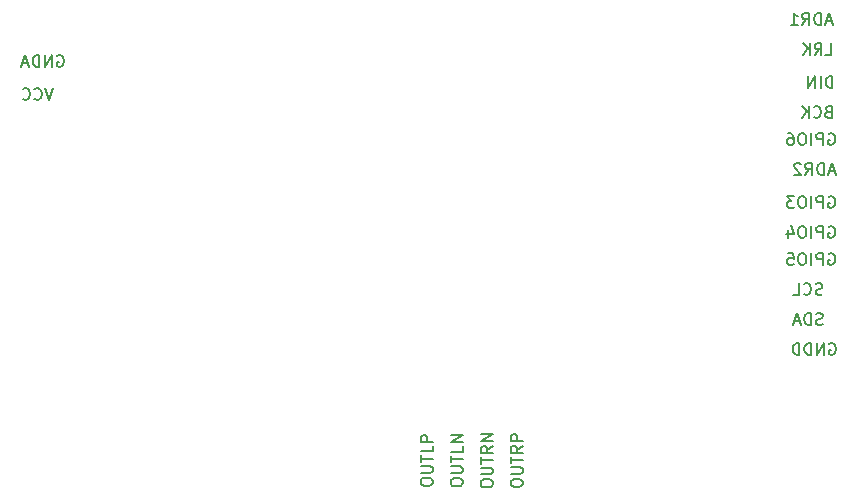
<source format=gbr>
%TF.GenerationSoftware,KiCad,Pcbnew,(6.0.10)*%
%TF.CreationDate,2023-03-06T12:11:40-08:00*%
%TF.ProjectId,PCM5242,50434d35-3234-4322-9e6b-696361645f70,rev?*%
%TF.SameCoordinates,Original*%
%TF.FileFunction,Legend,Bot*%
%TF.FilePolarity,Positive*%
%FSLAX46Y46*%
G04 Gerber Fmt 4.6, Leading zero omitted, Abs format (unit mm)*
G04 Created by KiCad (PCBNEW (6.0.10)) date 2023-03-06 12:11:40*
%MOMM*%
%LPD*%
G01*
G04 APERTURE LIST*
%ADD10C,0.150000*%
G04 APERTURE END LIST*
D10*
X55943333Y-95210380D02*
X55610000Y-96210380D01*
X55276666Y-95210380D01*
X54371904Y-96115142D02*
X54419523Y-96162761D01*
X54562380Y-96210380D01*
X54657619Y-96210380D01*
X54800476Y-96162761D01*
X54895714Y-96067523D01*
X54943333Y-95972285D01*
X54990952Y-95781809D01*
X54990952Y-95638952D01*
X54943333Y-95448476D01*
X54895714Y-95353238D01*
X54800476Y-95258000D01*
X54657619Y-95210380D01*
X54562380Y-95210380D01*
X54419523Y-95258000D01*
X54371904Y-95305619D01*
X53371904Y-96115142D02*
X53419523Y-96162761D01*
X53562380Y-96210380D01*
X53657619Y-96210380D01*
X53800476Y-96162761D01*
X53895714Y-96067523D01*
X53943333Y-95972285D01*
X53990952Y-95781809D01*
X53990952Y-95638952D01*
X53943333Y-95448476D01*
X53895714Y-95353238D01*
X53800476Y-95258000D01*
X53657619Y-95210380D01*
X53562380Y-95210380D01*
X53419523Y-95258000D01*
X53371904Y-95305619D01*
X56308476Y-92464000D02*
X56403714Y-92416380D01*
X56546571Y-92416380D01*
X56689428Y-92464000D01*
X56784666Y-92559238D01*
X56832285Y-92654476D01*
X56879904Y-92844952D01*
X56879904Y-92987809D01*
X56832285Y-93178285D01*
X56784666Y-93273523D01*
X56689428Y-93368761D01*
X56546571Y-93416380D01*
X56451333Y-93416380D01*
X56308476Y-93368761D01*
X56260857Y-93321142D01*
X56260857Y-92987809D01*
X56451333Y-92987809D01*
X55832285Y-93416380D02*
X55832285Y-92416380D01*
X55260857Y-93416380D01*
X55260857Y-92416380D01*
X54784666Y-93416380D02*
X54784666Y-92416380D01*
X54546571Y-92416380D01*
X54403714Y-92464000D01*
X54308476Y-92559238D01*
X54260857Y-92654476D01*
X54213238Y-92844952D01*
X54213238Y-92987809D01*
X54260857Y-93178285D01*
X54308476Y-93273523D01*
X54403714Y-93368761D01*
X54546571Y-93416380D01*
X54784666Y-93416380D01*
X53832285Y-93130666D02*
X53356095Y-93130666D01*
X53927523Y-93416380D02*
X53594190Y-92416380D01*
X53260857Y-93416380D01*
X121657904Y-116848000D02*
X121753142Y-116800380D01*
X121896000Y-116800380D01*
X122038857Y-116848000D01*
X122134095Y-116943238D01*
X122181714Y-117038476D01*
X122229333Y-117228952D01*
X122229333Y-117371809D01*
X122181714Y-117562285D01*
X122134095Y-117657523D01*
X122038857Y-117752761D01*
X121896000Y-117800380D01*
X121800761Y-117800380D01*
X121657904Y-117752761D01*
X121610285Y-117705142D01*
X121610285Y-117371809D01*
X121800761Y-117371809D01*
X121181714Y-117800380D02*
X121181714Y-116800380D01*
X120610285Y-117800380D01*
X120610285Y-116800380D01*
X120134095Y-117800380D02*
X120134095Y-116800380D01*
X119896000Y-116800380D01*
X119753142Y-116848000D01*
X119657904Y-116943238D01*
X119610285Y-117038476D01*
X119562666Y-117228952D01*
X119562666Y-117371809D01*
X119610285Y-117562285D01*
X119657904Y-117657523D01*
X119753142Y-117752761D01*
X119896000Y-117800380D01*
X120134095Y-117800380D01*
X119134095Y-117800380D02*
X119134095Y-116800380D01*
X118896000Y-116800380D01*
X118753142Y-116848000D01*
X118657904Y-116943238D01*
X118610285Y-117038476D01*
X118562666Y-117228952D01*
X118562666Y-117371809D01*
X118610285Y-117562285D01*
X118657904Y-117657523D01*
X118753142Y-117752761D01*
X118896000Y-117800380D01*
X119134095Y-117800380D01*
X121856285Y-89574666D02*
X121380095Y-89574666D01*
X121951523Y-89860380D02*
X121618190Y-88860380D01*
X121284857Y-89860380D01*
X120951523Y-89860380D02*
X120951523Y-88860380D01*
X120713428Y-88860380D01*
X120570571Y-88908000D01*
X120475333Y-89003238D01*
X120427714Y-89098476D01*
X120380095Y-89288952D01*
X120380095Y-89431809D01*
X120427714Y-89622285D01*
X120475333Y-89717523D01*
X120570571Y-89812761D01*
X120713428Y-89860380D01*
X120951523Y-89860380D01*
X119380095Y-89860380D02*
X119713428Y-89384190D01*
X119951523Y-89860380D02*
X119951523Y-88860380D01*
X119570571Y-88860380D01*
X119475333Y-88908000D01*
X119427714Y-88955619D01*
X119380095Y-89050857D01*
X119380095Y-89193714D01*
X119427714Y-89288952D01*
X119475333Y-89336571D01*
X119570571Y-89384190D01*
X119951523Y-89384190D01*
X118427714Y-89860380D02*
X118999142Y-89860380D01*
X118713428Y-89860380D02*
X118713428Y-88860380D01*
X118808666Y-89003238D01*
X118903904Y-89098476D01*
X118999142Y-89146095D01*
X121340476Y-92400380D02*
X121816666Y-92400380D01*
X121816666Y-91400380D01*
X120435714Y-92400380D02*
X120769047Y-91924190D01*
X121007142Y-92400380D02*
X121007142Y-91400380D01*
X120626190Y-91400380D01*
X120530952Y-91448000D01*
X120483333Y-91495619D01*
X120435714Y-91590857D01*
X120435714Y-91733714D01*
X120483333Y-91828952D01*
X120530952Y-91876571D01*
X120626190Y-91924190D01*
X121007142Y-91924190D01*
X120007142Y-92400380D02*
X120007142Y-91400380D01*
X119435714Y-92400380D02*
X119864285Y-91828952D01*
X119435714Y-91400380D02*
X120007142Y-91971809D01*
X121927809Y-95194380D02*
X121927809Y-94194380D01*
X121689714Y-94194380D01*
X121546857Y-94242000D01*
X121451619Y-94337238D01*
X121404000Y-94432476D01*
X121356380Y-94622952D01*
X121356380Y-94765809D01*
X121404000Y-94956285D01*
X121451619Y-95051523D01*
X121546857Y-95146761D01*
X121689714Y-95194380D01*
X121927809Y-95194380D01*
X120927809Y-95194380D02*
X120927809Y-94194380D01*
X120451619Y-95194380D02*
X120451619Y-94194380D01*
X119880190Y-95194380D01*
X119880190Y-94194380D01*
X121578571Y-97210571D02*
X121435714Y-97258190D01*
X121388095Y-97305809D01*
X121340476Y-97401047D01*
X121340476Y-97543904D01*
X121388095Y-97639142D01*
X121435714Y-97686761D01*
X121530952Y-97734380D01*
X121911904Y-97734380D01*
X121911904Y-96734380D01*
X121578571Y-96734380D01*
X121483333Y-96782000D01*
X121435714Y-96829619D01*
X121388095Y-96924857D01*
X121388095Y-97020095D01*
X121435714Y-97115333D01*
X121483333Y-97162952D01*
X121578571Y-97210571D01*
X121911904Y-97210571D01*
X120340476Y-97639142D02*
X120388095Y-97686761D01*
X120530952Y-97734380D01*
X120626190Y-97734380D01*
X120769047Y-97686761D01*
X120864285Y-97591523D01*
X120911904Y-97496285D01*
X120959523Y-97305809D01*
X120959523Y-97162952D01*
X120911904Y-96972476D01*
X120864285Y-96877238D01*
X120769047Y-96782000D01*
X120626190Y-96734380D01*
X120530952Y-96734380D01*
X120388095Y-96782000D01*
X120340476Y-96829619D01*
X119911904Y-97734380D02*
X119911904Y-96734380D01*
X119340476Y-97734380D02*
X119769047Y-97162952D01*
X119340476Y-96734380D02*
X119911904Y-97305809D01*
X121618190Y-99068000D02*
X121713428Y-99020380D01*
X121856285Y-99020380D01*
X121999142Y-99068000D01*
X122094380Y-99163238D01*
X122142000Y-99258476D01*
X122189619Y-99448952D01*
X122189619Y-99591809D01*
X122142000Y-99782285D01*
X122094380Y-99877523D01*
X121999142Y-99972761D01*
X121856285Y-100020380D01*
X121761047Y-100020380D01*
X121618190Y-99972761D01*
X121570571Y-99925142D01*
X121570571Y-99591809D01*
X121761047Y-99591809D01*
X121142000Y-100020380D02*
X121142000Y-99020380D01*
X120761047Y-99020380D01*
X120665809Y-99068000D01*
X120618190Y-99115619D01*
X120570571Y-99210857D01*
X120570571Y-99353714D01*
X120618190Y-99448952D01*
X120665809Y-99496571D01*
X120761047Y-99544190D01*
X121142000Y-99544190D01*
X120142000Y-100020380D02*
X120142000Y-99020380D01*
X119475333Y-99020380D02*
X119284857Y-99020380D01*
X119189619Y-99068000D01*
X119094380Y-99163238D01*
X119046761Y-99353714D01*
X119046761Y-99687047D01*
X119094380Y-99877523D01*
X119189619Y-99972761D01*
X119284857Y-100020380D01*
X119475333Y-100020380D01*
X119570571Y-99972761D01*
X119665809Y-99877523D01*
X119713428Y-99687047D01*
X119713428Y-99353714D01*
X119665809Y-99163238D01*
X119570571Y-99068000D01*
X119475333Y-99020380D01*
X118189619Y-99020380D02*
X118380095Y-99020380D01*
X118475333Y-99068000D01*
X118522952Y-99115619D01*
X118618190Y-99258476D01*
X118665809Y-99448952D01*
X118665809Y-99829904D01*
X118618190Y-99925142D01*
X118570571Y-99972761D01*
X118475333Y-100020380D01*
X118284857Y-100020380D01*
X118189619Y-99972761D01*
X118142000Y-99925142D01*
X118094380Y-99829904D01*
X118094380Y-99591809D01*
X118142000Y-99496571D01*
X118189619Y-99448952D01*
X118284857Y-99401333D01*
X118475333Y-99401333D01*
X118570571Y-99448952D01*
X118618190Y-99496571D01*
X118665809Y-99591809D01*
X122110285Y-102274666D02*
X121634095Y-102274666D01*
X122205523Y-102560380D02*
X121872190Y-101560380D01*
X121538857Y-102560380D01*
X121205523Y-102560380D02*
X121205523Y-101560380D01*
X120967428Y-101560380D01*
X120824571Y-101608000D01*
X120729333Y-101703238D01*
X120681714Y-101798476D01*
X120634095Y-101988952D01*
X120634095Y-102131809D01*
X120681714Y-102322285D01*
X120729333Y-102417523D01*
X120824571Y-102512761D01*
X120967428Y-102560380D01*
X121205523Y-102560380D01*
X119634095Y-102560380D02*
X119967428Y-102084190D01*
X120205523Y-102560380D02*
X120205523Y-101560380D01*
X119824571Y-101560380D01*
X119729333Y-101608000D01*
X119681714Y-101655619D01*
X119634095Y-101750857D01*
X119634095Y-101893714D01*
X119681714Y-101988952D01*
X119729333Y-102036571D01*
X119824571Y-102084190D01*
X120205523Y-102084190D01*
X119253142Y-101655619D02*
X119205523Y-101608000D01*
X119110285Y-101560380D01*
X118872190Y-101560380D01*
X118776952Y-101608000D01*
X118729333Y-101655619D01*
X118681714Y-101750857D01*
X118681714Y-101846095D01*
X118729333Y-101988952D01*
X119300761Y-102560380D01*
X118681714Y-102560380D01*
X121618190Y-104402000D02*
X121713428Y-104354380D01*
X121856285Y-104354380D01*
X121999142Y-104402000D01*
X122094380Y-104497238D01*
X122142000Y-104592476D01*
X122189619Y-104782952D01*
X122189619Y-104925809D01*
X122142000Y-105116285D01*
X122094380Y-105211523D01*
X121999142Y-105306761D01*
X121856285Y-105354380D01*
X121761047Y-105354380D01*
X121618190Y-105306761D01*
X121570571Y-105259142D01*
X121570571Y-104925809D01*
X121761047Y-104925809D01*
X121142000Y-105354380D02*
X121142000Y-104354380D01*
X120761047Y-104354380D01*
X120665809Y-104402000D01*
X120618190Y-104449619D01*
X120570571Y-104544857D01*
X120570571Y-104687714D01*
X120618190Y-104782952D01*
X120665809Y-104830571D01*
X120761047Y-104878190D01*
X121142000Y-104878190D01*
X120142000Y-105354380D02*
X120142000Y-104354380D01*
X119475333Y-104354380D02*
X119284857Y-104354380D01*
X119189619Y-104402000D01*
X119094380Y-104497238D01*
X119046761Y-104687714D01*
X119046761Y-105021047D01*
X119094380Y-105211523D01*
X119189619Y-105306761D01*
X119284857Y-105354380D01*
X119475333Y-105354380D01*
X119570571Y-105306761D01*
X119665809Y-105211523D01*
X119713428Y-105021047D01*
X119713428Y-104687714D01*
X119665809Y-104497238D01*
X119570571Y-104402000D01*
X119475333Y-104354380D01*
X118713428Y-104354380D02*
X118094380Y-104354380D01*
X118427714Y-104735333D01*
X118284857Y-104735333D01*
X118189619Y-104782952D01*
X118142000Y-104830571D01*
X118094380Y-104925809D01*
X118094380Y-105163904D01*
X118142000Y-105259142D01*
X118189619Y-105306761D01*
X118284857Y-105354380D01*
X118570571Y-105354380D01*
X118665809Y-105306761D01*
X118713428Y-105259142D01*
X121618190Y-106942000D02*
X121713428Y-106894380D01*
X121856285Y-106894380D01*
X121999142Y-106942000D01*
X122094380Y-107037238D01*
X122142000Y-107132476D01*
X122189619Y-107322952D01*
X122189619Y-107465809D01*
X122142000Y-107656285D01*
X122094380Y-107751523D01*
X121999142Y-107846761D01*
X121856285Y-107894380D01*
X121761047Y-107894380D01*
X121618190Y-107846761D01*
X121570571Y-107799142D01*
X121570571Y-107465809D01*
X121761047Y-107465809D01*
X121142000Y-107894380D02*
X121142000Y-106894380D01*
X120761047Y-106894380D01*
X120665809Y-106942000D01*
X120618190Y-106989619D01*
X120570571Y-107084857D01*
X120570571Y-107227714D01*
X120618190Y-107322952D01*
X120665809Y-107370571D01*
X120761047Y-107418190D01*
X121142000Y-107418190D01*
X120142000Y-107894380D02*
X120142000Y-106894380D01*
X119475333Y-106894380D02*
X119284857Y-106894380D01*
X119189619Y-106942000D01*
X119094380Y-107037238D01*
X119046761Y-107227714D01*
X119046761Y-107561047D01*
X119094380Y-107751523D01*
X119189619Y-107846761D01*
X119284857Y-107894380D01*
X119475333Y-107894380D01*
X119570571Y-107846761D01*
X119665809Y-107751523D01*
X119713428Y-107561047D01*
X119713428Y-107227714D01*
X119665809Y-107037238D01*
X119570571Y-106942000D01*
X119475333Y-106894380D01*
X118189619Y-107227714D02*
X118189619Y-107894380D01*
X118427714Y-106846761D02*
X118665809Y-107561047D01*
X118046761Y-107561047D01*
X121618190Y-109228000D02*
X121713428Y-109180380D01*
X121856285Y-109180380D01*
X121999142Y-109228000D01*
X122094380Y-109323238D01*
X122142000Y-109418476D01*
X122189619Y-109608952D01*
X122189619Y-109751809D01*
X122142000Y-109942285D01*
X122094380Y-110037523D01*
X121999142Y-110132761D01*
X121856285Y-110180380D01*
X121761047Y-110180380D01*
X121618190Y-110132761D01*
X121570571Y-110085142D01*
X121570571Y-109751809D01*
X121761047Y-109751809D01*
X121142000Y-110180380D02*
X121142000Y-109180380D01*
X120761047Y-109180380D01*
X120665809Y-109228000D01*
X120618190Y-109275619D01*
X120570571Y-109370857D01*
X120570571Y-109513714D01*
X120618190Y-109608952D01*
X120665809Y-109656571D01*
X120761047Y-109704190D01*
X121142000Y-109704190D01*
X120142000Y-110180380D02*
X120142000Y-109180380D01*
X119475333Y-109180380D02*
X119284857Y-109180380D01*
X119189619Y-109228000D01*
X119094380Y-109323238D01*
X119046761Y-109513714D01*
X119046761Y-109847047D01*
X119094380Y-110037523D01*
X119189619Y-110132761D01*
X119284857Y-110180380D01*
X119475333Y-110180380D01*
X119570571Y-110132761D01*
X119665809Y-110037523D01*
X119713428Y-109847047D01*
X119713428Y-109513714D01*
X119665809Y-109323238D01*
X119570571Y-109228000D01*
X119475333Y-109180380D01*
X118142000Y-109180380D02*
X118618190Y-109180380D01*
X118665809Y-109656571D01*
X118618190Y-109608952D01*
X118522952Y-109561333D01*
X118284857Y-109561333D01*
X118189619Y-109608952D01*
X118142000Y-109656571D01*
X118094380Y-109751809D01*
X118094380Y-109989904D01*
X118142000Y-110085142D01*
X118189619Y-110132761D01*
X118284857Y-110180380D01*
X118522952Y-110180380D01*
X118618190Y-110132761D01*
X118665809Y-110085142D01*
X121078476Y-112672761D02*
X120935619Y-112720380D01*
X120697523Y-112720380D01*
X120602285Y-112672761D01*
X120554666Y-112625142D01*
X120507047Y-112529904D01*
X120507047Y-112434666D01*
X120554666Y-112339428D01*
X120602285Y-112291809D01*
X120697523Y-112244190D01*
X120888000Y-112196571D01*
X120983238Y-112148952D01*
X121030857Y-112101333D01*
X121078476Y-112006095D01*
X121078476Y-111910857D01*
X121030857Y-111815619D01*
X120983238Y-111768000D01*
X120888000Y-111720380D01*
X120649904Y-111720380D01*
X120507047Y-111768000D01*
X119507047Y-112625142D02*
X119554666Y-112672761D01*
X119697523Y-112720380D01*
X119792761Y-112720380D01*
X119935619Y-112672761D01*
X120030857Y-112577523D01*
X120078476Y-112482285D01*
X120126095Y-112291809D01*
X120126095Y-112148952D01*
X120078476Y-111958476D01*
X120030857Y-111863238D01*
X119935619Y-111768000D01*
X119792761Y-111720380D01*
X119697523Y-111720380D01*
X119554666Y-111768000D01*
X119507047Y-111815619D01*
X118602285Y-112720380D02*
X119078476Y-112720380D01*
X119078476Y-111720380D01*
X121102285Y-115212761D02*
X120959428Y-115260380D01*
X120721333Y-115260380D01*
X120626095Y-115212761D01*
X120578476Y-115165142D01*
X120530857Y-115069904D01*
X120530857Y-114974666D01*
X120578476Y-114879428D01*
X120626095Y-114831809D01*
X120721333Y-114784190D01*
X120911809Y-114736571D01*
X121007047Y-114688952D01*
X121054666Y-114641333D01*
X121102285Y-114546095D01*
X121102285Y-114450857D01*
X121054666Y-114355619D01*
X121007047Y-114308000D01*
X120911809Y-114260380D01*
X120673714Y-114260380D01*
X120530857Y-114308000D01*
X120102285Y-115260380D02*
X120102285Y-114260380D01*
X119864190Y-114260380D01*
X119721333Y-114308000D01*
X119626095Y-114403238D01*
X119578476Y-114498476D01*
X119530857Y-114688952D01*
X119530857Y-114831809D01*
X119578476Y-115022285D01*
X119626095Y-115117523D01*
X119721333Y-115212761D01*
X119864190Y-115260380D01*
X120102285Y-115260380D01*
X119149904Y-114974666D02*
X118673714Y-114974666D01*
X119245142Y-115260380D02*
X118911809Y-114260380D01*
X118578476Y-115260380D01*
X94702380Y-128746000D02*
X94702380Y-128555523D01*
X94750000Y-128460285D01*
X94845238Y-128365047D01*
X95035714Y-128317428D01*
X95369047Y-128317428D01*
X95559523Y-128365047D01*
X95654761Y-128460285D01*
X95702380Y-128555523D01*
X95702380Y-128746000D01*
X95654761Y-128841238D01*
X95559523Y-128936476D01*
X95369047Y-128984095D01*
X95035714Y-128984095D01*
X94845238Y-128936476D01*
X94750000Y-128841238D01*
X94702380Y-128746000D01*
X94702380Y-127888857D02*
X95511904Y-127888857D01*
X95607142Y-127841238D01*
X95654761Y-127793619D01*
X95702380Y-127698380D01*
X95702380Y-127507904D01*
X95654761Y-127412666D01*
X95607142Y-127365047D01*
X95511904Y-127317428D01*
X94702380Y-127317428D01*
X94702380Y-126984095D02*
X94702380Y-126412666D01*
X95702380Y-126698380D02*
X94702380Y-126698380D01*
X95702380Y-125507904D02*
X95226190Y-125841238D01*
X95702380Y-126079333D02*
X94702380Y-126079333D01*
X94702380Y-125698380D01*
X94750000Y-125603142D01*
X94797619Y-125555523D01*
X94892857Y-125507904D01*
X95035714Y-125507904D01*
X95130952Y-125555523D01*
X95178571Y-125603142D01*
X95226190Y-125698380D01*
X95226190Y-126079333D01*
X95702380Y-125079333D02*
X94702380Y-125079333D01*
X94702380Y-124698380D01*
X94750000Y-124603142D01*
X94797619Y-124555523D01*
X94892857Y-124507904D01*
X95035714Y-124507904D01*
X95130952Y-124555523D01*
X95178571Y-124603142D01*
X95226190Y-124698380D01*
X95226190Y-125079333D01*
X92162380Y-128769809D02*
X92162380Y-128579333D01*
X92210000Y-128484095D01*
X92305238Y-128388857D01*
X92495714Y-128341238D01*
X92829047Y-128341238D01*
X93019523Y-128388857D01*
X93114761Y-128484095D01*
X93162380Y-128579333D01*
X93162380Y-128769809D01*
X93114761Y-128865047D01*
X93019523Y-128960285D01*
X92829047Y-129007904D01*
X92495714Y-129007904D01*
X92305238Y-128960285D01*
X92210000Y-128865047D01*
X92162380Y-128769809D01*
X92162380Y-127912666D02*
X92971904Y-127912666D01*
X93067142Y-127865047D01*
X93114761Y-127817428D01*
X93162380Y-127722190D01*
X93162380Y-127531714D01*
X93114761Y-127436476D01*
X93067142Y-127388857D01*
X92971904Y-127341238D01*
X92162380Y-127341238D01*
X92162380Y-127007904D02*
X92162380Y-126436476D01*
X93162380Y-126722190D02*
X92162380Y-126722190D01*
X93162380Y-125531714D02*
X92686190Y-125865047D01*
X93162380Y-126103142D02*
X92162380Y-126103142D01*
X92162380Y-125722190D01*
X92210000Y-125626952D01*
X92257619Y-125579333D01*
X92352857Y-125531714D01*
X92495714Y-125531714D01*
X92590952Y-125579333D01*
X92638571Y-125626952D01*
X92686190Y-125722190D01*
X92686190Y-126103142D01*
X93162380Y-125103142D02*
X92162380Y-125103142D01*
X93162380Y-124531714D01*
X92162380Y-124531714D01*
X89622380Y-128674571D02*
X89622380Y-128484095D01*
X89670000Y-128388857D01*
X89765238Y-128293619D01*
X89955714Y-128246000D01*
X90289047Y-128246000D01*
X90479523Y-128293619D01*
X90574761Y-128388857D01*
X90622380Y-128484095D01*
X90622380Y-128674571D01*
X90574761Y-128769809D01*
X90479523Y-128865047D01*
X90289047Y-128912666D01*
X89955714Y-128912666D01*
X89765238Y-128865047D01*
X89670000Y-128769809D01*
X89622380Y-128674571D01*
X89622380Y-127817428D02*
X90431904Y-127817428D01*
X90527142Y-127769809D01*
X90574761Y-127722190D01*
X90622380Y-127626952D01*
X90622380Y-127436476D01*
X90574761Y-127341238D01*
X90527142Y-127293619D01*
X90431904Y-127246000D01*
X89622380Y-127246000D01*
X89622380Y-126912666D02*
X89622380Y-126341238D01*
X90622380Y-126626952D02*
X89622380Y-126626952D01*
X90622380Y-125531714D02*
X90622380Y-126007904D01*
X89622380Y-126007904D01*
X90622380Y-125198380D02*
X89622380Y-125198380D01*
X90622380Y-124626952D01*
X89622380Y-124626952D01*
X87082380Y-128650761D02*
X87082380Y-128460285D01*
X87130000Y-128365047D01*
X87225238Y-128269809D01*
X87415714Y-128222190D01*
X87749047Y-128222190D01*
X87939523Y-128269809D01*
X88034761Y-128365047D01*
X88082380Y-128460285D01*
X88082380Y-128650761D01*
X88034761Y-128746000D01*
X87939523Y-128841238D01*
X87749047Y-128888857D01*
X87415714Y-128888857D01*
X87225238Y-128841238D01*
X87130000Y-128746000D01*
X87082380Y-128650761D01*
X87082380Y-127793619D02*
X87891904Y-127793619D01*
X87987142Y-127746000D01*
X88034761Y-127698380D01*
X88082380Y-127603142D01*
X88082380Y-127412666D01*
X88034761Y-127317428D01*
X87987142Y-127269809D01*
X87891904Y-127222190D01*
X87082380Y-127222190D01*
X87082380Y-126888857D02*
X87082380Y-126317428D01*
X88082380Y-126603142D02*
X87082380Y-126603142D01*
X88082380Y-125507904D02*
X88082380Y-125984095D01*
X87082380Y-125984095D01*
X88082380Y-125174571D02*
X87082380Y-125174571D01*
X87082380Y-124793619D01*
X87130000Y-124698380D01*
X87177619Y-124650761D01*
X87272857Y-124603142D01*
X87415714Y-124603142D01*
X87510952Y-124650761D01*
X87558571Y-124698380D01*
X87606190Y-124793619D01*
X87606190Y-125174571D01*
M02*

</source>
